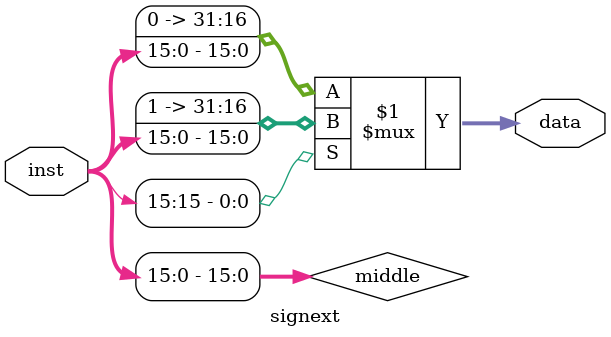
<source format=v>
module signext(
    input [31:0] inst,
    output wire [31:0] data
);
    wire [15:0] middle;
    assign middle = inst[15:0];
    assign data = middle[15:15] ? { 16'hffff,middle} : {16'h0000,middle};
endmodule
</source>
